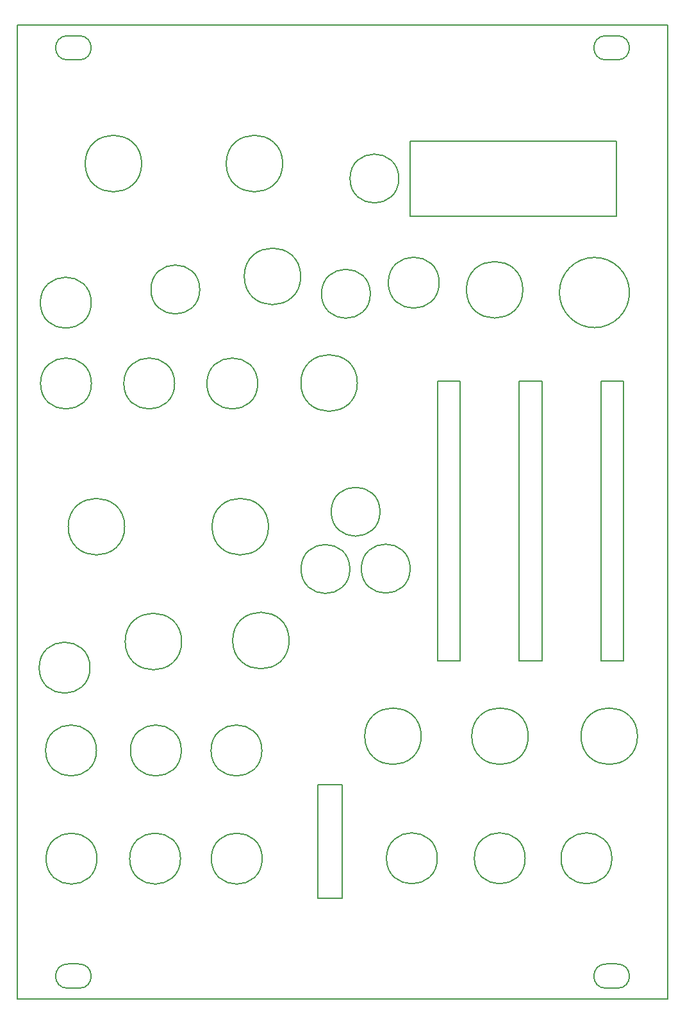
<source format=gm1>
G04 #@! TF.GenerationSoftware,KiCad,Pcbnew,(6.0.10)*
G04 #@! TF.CreationDate,2023-03-02T23:10:16-05:00*
G04 #@! TF.ProjectId,piston_honda,70697374-6f6e-45f6-986f-6e64612e6b69,rev?*
G04 #@! TF.SameCoordinates,Original*
G04 #@! TF.FileFunction,Profile,NP*
%FSLAX46Y46*%
G04 Gerber Fmt 4.6, Leading zero omitted, Abs format (unit mm)*
G04 Created by KiCad (PCBNEW (6.0.10)) date 2023-03-02 23:10:16*
%MOMM*%
%LPD*%
G01*
G04 APERTURE LIST*
G04 #@! TA.AperFunction,Profile*
%ADD10C,0.200000*%
G04 #@! TD*
G04 APERTURE END LIST*
D10*
X149734029Y-96483428D02*
G75*
G03*
X149734029Y-96483428I-3225000J0D01*
G01*
X109970000Y-36870000D02*
X108470000Y-36870000D01*
X171120000Y-116170000D02*
X168120000Y-116170000D01*
X145751524Y-104044121D02*
G75*
G03*
X145751524Y-104044121I-3225000J0D01*
G01*
X115997028Y-98460614D02*
G75*
G03*
X115997028Y-98460614I-3730000J0D01*
G01*
X168609072Y-67202216D02*
G75*
G03*
X168609072Y-67202216I-3730000J0D01*
G01*
X181090000Y-36870000D02*
G75*
G03*
X181090000Y-33670000I0J1600000D01*
G01*
X181920000Y-116170000D02*
X178920000Y-116170000D01*
X141500000Y-132470000D02*
X144700000Y-132470000D01*
X153730000Y-57530000D02*
X153730000Y-47590000D01*
X180980000Y-57530000D02*
X153730000Y-57530000D01*
X108470000Y-156170000D02*
X109970000Y-156170000D01*
X133577611Y-79564947D02*
G75*
G03*
X133577611Y-79564947I-3360000J0D01*
G01*
X125917965Y-67158991D02*
G75*
G03*
X125917965Y-67158991I-3225000J0D01*
G01*
X181090000Y-159370000D02*
X179590000Y-159370000D01*
X134167252Y-142263918D02*
G75*
G03*
X134167252Y-142263918I-3360000J0D01*
G01*
X178920000Y-79270000D02*
X181920000Y-79270000D01*
X168914568Y-142221816D02*
G75*
G03*
X168914568Y-142221816I-3360000J0D01*
G01*
X179590000Y-33670000D02*
X181090000Y-33670000D01*
X168120000Y-79270000D02*
X171120000Y-79270000D01*
X112331255Y-142263918D02*
G75*
G03*
X112331255Y-142263918I-3360000J0D01*
G01*
X153716533Y-103996951D02*
G75*
G03*
X153716533Y-103996951I-3225000J0D01*
G01*
X137726285Y-113484269D02*
G75*
G03*
X137726285Y-113484269I-3730000J0D01*
G01*
X112269245Y-127993580D02*
G75*
G03*
X112269245Y-127993580I-3360000J0D01*
G01*
X141500000Y-147470000D02*
X141500000Y-132470000D01*
X187780000Y-32270000D02*
X101780000Y-32270000D01*
X136874474Y-50543852D02*
G75*
G03*
X136874474Y-50543852I-3730000J0D01*
G01*
X111419063Y-117065784D02*
G75*
G03*
X111419063Y-117065784I-3360000J0D01*
G01*
X108470000Y-156170000D02*
G75*
G03*
X108470000Y-159370000I0J-1600000D01*
G01*
X109970000Y-159370000D02*
G75*
G03*
X109970000Y-156170000I0J1600000D01*
G01*
X187780000Y-160770000D02*
X187780000Y-32270000D01*
X123376468Y-142263918D02*
G75*
G03*
X123376468Y-142263918I-3360000J0D01*
G01*
X168120000Y-116170000D02*
X168120000Y-79270000D01*
X108470000Y-33670000D02*
G75*
G03*
X108470000Y-36870000I0J-1600000D01*
G01*
X155174028Y-126111856D02*
G75*
G03*
X155174028Y-126111856I-3730000J0D01*
G01*
X183754349Y-126111856D02*
G75*
G03*
X183754349Y-126111856I-3730000J0D01*
G01*
X169316225Y-126111856D02*
G75*
G03*
X169316225Y-126111856I-3730000J0D01*
G01*
X153730000Y-47590000D02*
X180980000Y-47590000D01*
X135002325Y-98460614D02*
G75*
G03*
X135002325Y-98460614I-3730000J0D01*
G01*
X157306394Y-142221816D02*
G75*
G03*
X157306394Y-142221816I-3360000J0D01*
G01*
X123483114Y-127993580D02*
G75*
G03*
X123483114Y-127993580I-3360000J0D01*
G01*
X182695995Y-67560483D02*
G75*
G03*
X182695995Y-67560483I-4630000J0D01*
G01*
X144700000Y-132470000D02*
X144700000Y-147470000D01*
X157320000Y-79270000D02*
X160320000Y-79270000D01*
X180370919Y-142221816D02*
G75*
G03*
X180370919Y-142221816I-3360000J0D01*
G01*
X111574009Y-68907351D02*
G75*
G03*
X111574009Y-68907351I-3360000J0D01*
G01*
X179590000Y-156170000D02*
X181090000Y-156170000D01*
X118240355Y-50543852D02*
G75*
G03*
X118240355Y-50543852I-3730000J0D01*
G01*
X134126714Y-127993580D02*
G75*
G03*
X134126714Y-127993580I-3360000J0D01*
G01*
X108470000Y-33670000D02*
X109970000Y-33670000D01*
X109970000Y-36870000D02*
G75*
G03*
X109970000Y-33670000I0J1600000D01*
G01*
X123522933Y-113614646D02*
G75*
G03*
X123522933Y-113614646I-3730000J0D01*
G01*
X179590000Y-33670000D02*
G75*
G03*
X179590000Y-36870000I0J-1600000D01*
G01*
X101780000Y-160770000D02*
X187780000Y-160770000D01*
X146736692Y-79504371D02*
G75*
G03*
X146736692Y-79504371I-3730000J0D01*
G01*
X171120000Y-79270000D02*
X171120000Y-116170000D01*
X157547063Y-66261136D02*
G75*
G03*
X157547063Y-66261136I-3360000J0D01*
G01*
X109970000Y-159370000D02*
X108470000Y-159370000D01*
X181090000Y-36870000D02*
X179590000Y-36870000D01*
X157320000Y-116170000D02*
X157320000Y-79270000D01*
X160320000Y-79270000D02*
X160320000Y-116170000D01*
X101780000Y-32270000D02*
X101780000Y-160770000D01*
X180980000Y-47590000D02*
X180980000Y-57530000D01*
X111599506Y-79564947D02*
G75*
G03*
X111599506Y-79564947I-3360000J0D01*
G01*
X160320000Y-116170000D02*
X157320000Y-116170000D01*
X152212704Y-52515844D02*
G75*
G03*
X152212704Y-52515844I-3220000J0D01*
G01*
X178920000Y-116170000D02*
X178920000Y-79270000D01*
X179590000Y-156170000D02*
G75*
G03*
X179590000Y-159370000I0J-1600000D01*
G01*
X144700000Y-147470000D02*
X141500000Y-147470000D01*
X122601778Y-79564947D02*
G75*
G03*
X122601778Y-79564947I-3360000J0D01*
G01*
X139257942Y-65431296D02*
G75*
G03*
X139257942Y-65431296I-3730000J0D01*
G01*
X148455864Y-67724767D02*
G75*
G03*
X148455864Y-67724767I-3225000J0D01*
G01*
X181920000Y-79270000D02*
X181920000Y-116170000D01*
X181090000Y-159370000D02*
G75*
G03*
X181090000Y-156170000I0J1600000D01*
G01*
M02*

</source>
